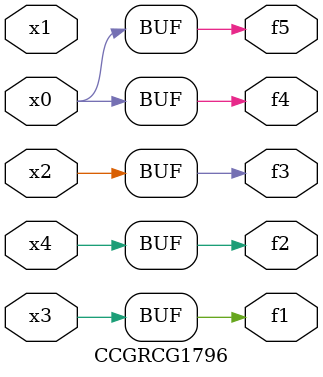
<source format=v>
module CCGRCG1796(
	input x0, x1, x2, x3, x4,
	output f1, f2, f3, f4, f5
);
	assign f1 = x3;
	assign f2 = x4;
	assign f3 = x2;
	assign f4 = x0;
	assign f5 = x0;
endmodule

</source>
